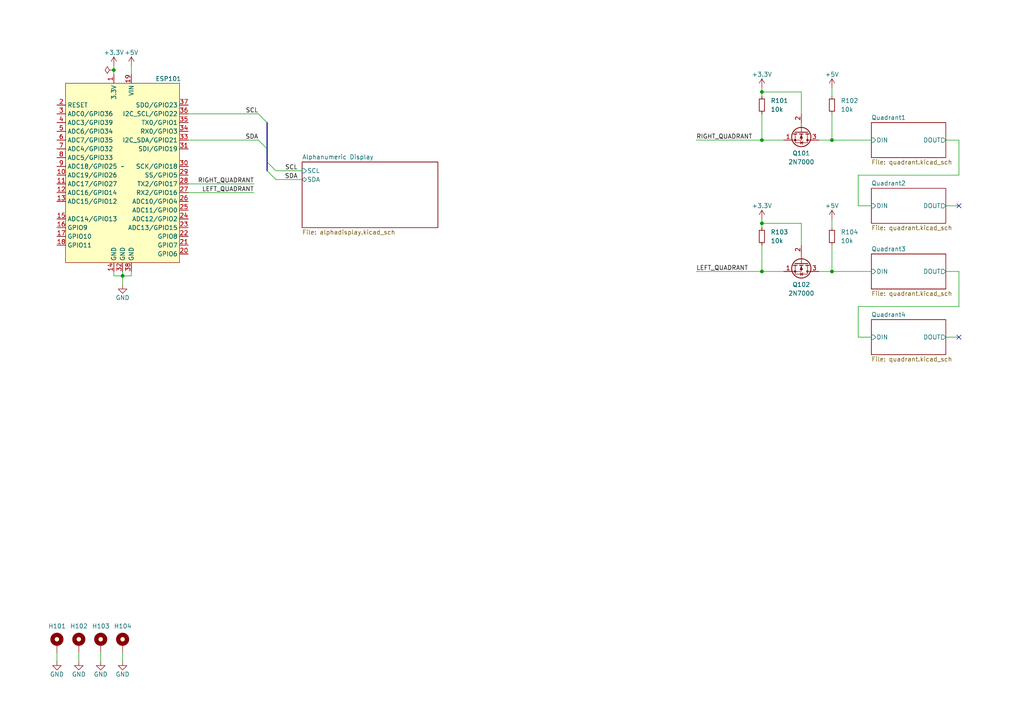
<source format=kicad_sch>
(kicad_sch (version 20231120) (generator "eeschema") (generator_version "8.0")
  (paper "A4")
  (title_block (title "analog-clock-module") (rev "${REVISION}") (company "ac1ja"))
  (lib_symbols
    (symbol "Device:R_Small" (pin_numbers hide) (pin_names (offset 0.254) hide)
      (property "Reference" "R" (at 0.762 0.508 0))
      (property "Value" "R_Small" (at 0.762 -1.016 0))
      (symbol "R_Small_0_1"
        (rectangle (start -0.762 1.778) (end 0.762 -1.778) (stroke (width 0.2032)))
      )
      (symbol "R_Small_1_1"
        (pin passive line (at 0 2.54 270) (length 0.762) (name "~") (number "1"))
        (pin passive line (at 0 -2.54 90) (length 0.762) (name "~") (number "2"))
      )
    )
    (symbol "KenwoodFox:ESP32S_HiLetgo"
      (property "Reference" "ESP" (at 12.7 25.4 0))
      (symbol "ESP32S_HiLetgo_0_0"
        (pin input line (at -19.05 17.78 0) (length 2.54) (name "RESET") (number "2"))
        (pin bidirectional line (at -19.05 15.24 0) (length 2.54) (name "ADC0/GPIO36") (number "3"))
        (pin bidirectional line (at -19.05 12.7 0) (length 2.54) (name "ADC3/GPIO39") (number "4"))
        (pin bidirectional line (at -19.05 10.16 0) (length 2.54) (name "ADC6/GPIO34") (number "5"))
        (pin bidirectional line (at -19.05 7.62 0) (length 2.54) (name "ADC7/GPIO35") (number "6"))
      )
      (symbol "ESP32S_HiLetgo_1_0"
        (pin power_out line (at -2.54 26.67 270) (length 2.54) (name "3.3V") (number "1"))
        (pin bidirectional line (at -19.05 -2.54 0) (length 2.54) (name "ADC19/GPIO26") (number "10"))
        (pin bidirectional line (at -19.05 -5.08 0) (length 2.54) (name "ADC17/GPIO27") (number "11"))
        (pin bidirectional line (at -19.05 -7.62 0) (length 2.54) (name "ADC16/GPIO14") (number "12"))
        (pin bidirectional line (at -19.05 -10.16 0) (length 2.54) (name "ADC15/GPIO12") (number "13"))
        (pin power_in line (at -2.54 -30.48 90) (length 2.54) (name "GND") (number "14"))
        (pin bidirectional line (at -19.05 -15.24 0) (length 2.54) (name "ADC14/GPIO13") (number "15"))
        (pin bidirectional line (at -19.05 -17.78 0) (length 2.54) (name "GPIO9") (number "16"))
        (pin bidirectional line (at -19.05 -20.32 0) (length 2.54) (name "GPIO10") (number "17"))
        (pin bidirectional line (at -19.05 -22.86 0) (length 2.54) (name "GPIO11") (number "18"))
        (pin power_in line (at 2.54 26.67 270) (length 2.54) (name "VIN") (number "19"))
        (pin bidirectional line (at 19.05 -25.4 180) (length 2.54) (name "GPIO6") (number "20"))
        (pin bidirectional line (at 19.05 -22.86 180) (length 2.54) (name "GPIO7") (number "21"))
        (pin bidirectional line (at 19.05 -20.32 180) (length 2.54) (name "GPIO8") (number "22"))
        (pin bidirectional line (at 19.05 -17.78 180) (length 2.54) (name "ADC13/GPIO15") (number "23"))
        (pin bidirectional line (at 19.05 -15.24 180) (length 2.54) (name "ADC12/GPIO2") (number "24"))
        (pin bidirectional line (at 19.05 -12.7 180) (length 2.54) (name "ADC11/GPIO0") (number "25"))
        (pin bidirectional line (at 19.05 -10.16 180) (length 2.54) (name "ADC10/GPIO4") (number "26"))
        (pin bidirectional line (at 19.05 -7.62 180) (length 2.54) (name "RX2/GPIO16") (number "27"))
        (pin bidirectional line (at 19.05 -5.08 180) (length 2.54) (name "TX2/GPIO17") (number "28"))
        (pin bidirectional line (at 19.05 -2.54 180) (length 2.54) (name "SS/GPIO5") (number "29"))
        (pin bidirectional line (at 19.05 0 180) (length 2.54) (name "SCK/GPIO18") (number "30"))
        (pin bidirectional line (at 19.05 5.08 180) (length 2.54) (name "SDI/GPIO19") (number "31"))
        (pin power_in line (at 0 -30.48 90) (length 2.54) (name "GND") (number "32"))
        (pin bidirectional line (at 19.05 7.62 180) (length 2.54) (name "I2C_SDA/GPIO21") (number "33"))
        (pin bidirectional line (at 19.05 10.16 180) (length 2.54) (name "RX0/GPIO3") (number "34"))
        (pin bidirectional line (at 19.05 12.7 180) (length 2.54) (name "TX0/GPIO1") (number "35"))
        (pin bidirectional line (at 19.05 15.24 180) (length 2.54) (name "I2C_SCL/GPIO22") (number "36"))
        (pin bidirectional line (at 19.05 17.78 180) (length 2.54) (name "SDO/GPIO23") (number "37"))
        (pin power_in line (at 2.54 -30.48 90) (length 2.54) (name "GND") (number "38"))
        (pin bidirectional line (at -19.05 5.08 0) (length 2.54) (name "ADC4/GPIO32") (number "7"))
        (pin bidirectional line (at -19.05 2.54 0) (length 2.54) (name "ADC5/GPIO33") (number "8"))
        (pin bidirectional line (at -19.05 0 0) (length 2.54) (name "ADC18/GPIO25") (number "9"))
      )
      (symbol "ESP32S_HiLetgo_1_1"
        (rectangle (start -16.51 24.13) (end 16.51 -27.94) (fill (type background)))
      )
    )
    (symbol "Mechanical:MountingHole_Pad" (pin_numbers hide) (pin_names (offset 1.016) hide)
      (property "Reference" "H" (at 0 6.35 0))
      (property "Value" "MountingHole_Pad" (at 0 4.445 0))
      (symbol "MountingHole_Pad_0_1"
        (circle (center 0 1.27) (radius 1.27) (stroke (width 1.27)))
      )
      (symbol "MountingHole_Pad_1_1"
        (pin input line (at 0 -2.54 90) (length 2.54) (name "1") (number "1"))
      )
    )
    (symbol "Transistor_FET:2N7000" (pin_names hide)
      (property "Reference" "Q" (at 5.08 1.905 0))
      (property "Value" "2N7000" (at 5.08 0 0))
      (symbol "2N7000_0_1"
        (polyline (pts (xy 0.254 0) (xy -2.54 0)))
        (polyline (pts (xy 0.254 1.905) (xy 0.254 -1.905)) (stroke (width 0.254)))
        (polyline (pts (xy 0.762 -1.27) (xy 0.762 -2.286)) (stroke (width 0.254)))
        (polyline (pts (xy 0.762 0.508) (xy 0.762 -0.508)) (stroke (width 0.254)))
        (polyline (pts (xy 0.762 2.286) (xy 0.762 1.27)) (stroke (width 0.254)))
        (polyline (pts (xy 2.54 2.54) (xy 2.54 1.778)))
        (polyline (pts (xy 2.54 -2.54) (xy 2.54 0) (xy 0.762 0)))
        (polyline (pts (xy 0.762 -1.778) (xy 3.302 -1.778) (xy 3.302 1.778) (xy 0.762 1.778)))
        (polyline (pts (xy 1.016 0) (xy 2.032 0.381) (xy 2.032 -0.381) (xy 1.016 0)) (fill (type outline)))
        (polyline (pts (xy 2.794 0.508) (xy 2.921 0.381) (xy 3.683 0.381) (xy 3.81 0.254)))
        (polyline (pts (xy 3.302 0.381) (xy 2.921 -0.254) (xy 3.683 -0.254) (xy 3.302 0.381)))
        (circle (center 1.651 0) (radius 2.794) (stroke (width 0.254)))
        (circle (center 2.54 -1.778) (radius 0.254) (fill (type outline)))
        (circle (center 2.54 1.778) (radius 0.254) (fill (type outline)))
      )
      (symbol "2N7000_1_1"
        (pin passive line (at 2.54 -5.08 90) (length 2.54) (name "S") (number "1"))
        (pin input line (at -5.08 0 0) (length 2.54) (name "G") (number "2"))
        (pin passive line (at 2.54 5.08 270) (length 2.54) (name "D") (number "3"))
      )
    )
    (symbol "power:+3.3V" (power) (pin_names (offset 0))
      (property "Value" "+3.3V" (at 0 3.556 0))
      (symbol "+3.3V_0_1"
        (polyline (pts (xy -0.762 1.27) (xy 0 2.54)))
        (polyline (pts (xy 0 0) (xy 0 2.54)))
        (polyline (pts (xy 0 2.54) (xy 0.762 1.27)))
      )
      (symbol "+3.3V_1_1"
        (pin power_in line (at 0 0 90) (length 0) hide (name "+3.3V") (number "1"))
      )
    )
    (symbol "power:+5V" (power) (pin_names (offset 0))
      (property "Value" "+5V" (at 0 3.556 0))
      (symbol "+5V_0_1"
        (polyline (pts (xy -0.762 1.27) (xy 0 2.54)))
        (polyline (pts (xy 0 0) (xy 0 2.54)))
        (polyline (pts (xy 0 2.54) (xy 0.762 1.27)))
      )
      (symbol "+5V_1_1"
        (pin power_in line (at 0 0 90) (length 0) hide (name "+5V") (number "1"))
      )
    )
    (symbol "power:GND" (power) (pin_names (offset 0))
      (property "Value" "GND" (at 0 -3.81 0))
      (symbol "GND_0_1"
        (polyline (pts (xy 0 0) (xy 0 -1.27) (xy 1.27 -1.27) (xy 0 -2.54) (xy -1.27 -1.27) (xy 0 -1.27)))
      )
      (symbol "GND_1_1"
        (pin power_in line (at 0 0 270) (length 0) hide (name "GND") (number "1"))
      )
    )
    (symbol "power:PWR_FLAG" (power) (pin_numbers hide) (pin_names (offset 0) hide)
      (property "Value" "PWR_FLAG" (at 0 3.81 0))
      (symbol "PWR_FLAG_0_0"
        (pin power_out line (at 0 0 90) (length 0) (name "pwr") (number "1"))
      )
      (symbol "PWR_FLAG_0_1"
        (polyline (pts (xy 0 0) (xy 0 1.27) (xy -1.016 1.905) (xy 0 2.54) (xy 1.016 1.905) (xy 0 1.27)))
      )
    )
  )
  (junction (at 220.98 40.64))
  (junction (at 33.02 20.32))
  (junction (at 241.3 40.64))
  (junction (at 220.98 26.67))
  (junction (at 241.3 78.74))
  (junction (at 220.98 64.77))
  (junction (at 35.56 80.01))
  (junction (at 220.98 78.74))
  (no_connect (at 278.13 97.79))
  (no_connect (at 278.13 59.69))
  (bus_entry (at 74.93 40.64) (size 2.54 2.54))
  (bus_entry (at 80.01 52.07) (size -2.54 -2.54))
  (bus_entry (at 80.01 49.53) (size -2.54 -2.54))
  (bus_entry (at 74.93 33.02) (size 2.54 2.54))
  (wire (pts (xy 274.32 97.79) (xy 278.13 97.79)))
  (wire (pts (xy 33.02 19.05) (xy 33.02 20.32)))
  (wire (pts (xy 274.32 78.74) (xy 278.13 78.74)))
  (wire (pts (xy 274.32 59.69) (xy 278.13 59.69)))
  (wire (pts (xy 73.66 53.34) (xy 54.61 53.34)))
  (wire (pts (xy 241.3 63.5) (xy 241.3 66.04)))
  (wire (pts (xy 241.3 78.74) (xy 237.49 78.74)))
  (wire (pts (xy 232.41 64.77) (xy 232.41 71.12)))
  (bus (pts (xy 77.47 35.56) (xy 77.47 43.18)))
  (wire (pts (xy 220.98 64.77) (xy 220.98 66.04)))
  (bus (pts (xy 77.47 43.18) (xy 77.47 46.99)))
  (wire (pts (xy 201.93 78.74) (xy 220.98 78.74)))
  (wire (pts (xy 241.3 78.74) (xy 252.73 78.74)))
  (wire (pts (xy 33.02 78.74) (xy 33.02 80.01)))
  (wire (pts (xy 248.92 59.69) (xy 252.73 59.69)))
  (wire (pts (xy 220.98 64.77) (xy 232.41 64.77)))
  (wire (pts (xy 248.92 97.79) (xy 252.73 97.79)))
  (wire (pts (xy 16.51 189.23) (xy 16.51 191.77)))
  (wire (pts (xy 80.01 52.07) (xy 87.63 52.07)))
  (wire (pts (xy 35.56 80.01) (xy 35.56 78.74)))
  (wire (pts (xy 38.1 19.05) (xy 38.1 21.59)))
  (wire (pts (xy 248.92 88.9) (xy 248.92 97.79)))
  (wire (pts (xy 227.33 78.74) (xy 220.98 78.74)))
  (wire (pts (xy 80.01 49.53) (xy 87.63 49.53)))
  (wire (pts (xy 220.98 26.67) (xy 220.98 27.94)))
  (wire (pts (xy 35.56 80.01) (xy 38.1 80.01)))
  (wire (pts (xy 274.32 40.64) (xy 278.13 40.64)))
  (wire (pts (xy 248.92 50.8) (xy 248.92 59.69)))
  (wire (pts (xy 35.56 82.55) (xy 35.56 80.01)))
  (wire (pts (xy 278.13 50.8) (xy 248.92 50.8)))
  (wire (pts (xy 54.61 55.88) (xy 73.66 55.88)))
  (wire (pts (xy 241.3 25.4) (xy 241.3 27.94)))
  (wire (pts (xy 220.98 25.4) (xy 220.98 26.67)))
  (wire (pts (xy 201.93 40.64) (xy 220.98 40.64)))
  (wire (pts (xy 278.13 40.64) (xy 278.13 50.8)))
  (wire (pts (xy 220.98 63.5) (xy 220.98 64.77)))
  (wire (pts (xy 33.02 20.32) (xy 33.02 21.59)))
  (wire (pts (xy 278.13 78.74) (xy 278.13 88.9)))
  (wire (pts (xy 278.13 88.9) (xy 248.92 88.9)))
  (wire (pts (xy 232.41 26.67) (xy 232.41 33.02)))
  (wire (pts (xy 241.3 33.02) (xy 241.3 40.64)))
  (wire (pts (xy 227.33 40.64) (xy 220.98 40.64)))
  (wire (pts (xy 29.21 189.23) (xy 29.21 191.77)))
  (wire (pts (xy 241.3 40.64) (xy 237.49 40.64)))
  (wire (pts (xy 220.98 26.67) (xy 232.41 26.67)))
  (wire (pts (xy 220.98 78.74) (xy 220.98 71.12)))
  (wire (pts (xy 241.3 71.12) (xy 241.3 78.74)))
  (wire (pts (xy 35.56 189.23) (xy 35.56 191.77)))
  (wire (pts (xy 35.56 80.01) (xy 33.02 80.01)))
  (wire (pts (xy 241.3 40.64) (xy 252.73 40.64)))
  (wire (pts (xy 220.98 40.64) (xy 220.98 33.02)))
  (wire (pts (xy 22.86 189.23) (xy 22.86 191.77)))
  (wire (pts (xy 38.1 80.01) (xy 38.1 78.74)))
  (bus (pts (xy 77.47 46.99) (xy 77.47 49.53)))
  (wire (pts (xy 54.61 33.02) (xy 74.93 33.02)))
  (wire (pts (xy 54.61 40.64) (xy 74.93 40.64)))
  (label "RIGHT_QUADRANT" (at 201.93 40.64 0))
  (label "LEFT_QUADRANT" (at 73.66 55.88 180))
  (label "LEFT_QUADRANT" (at 201.93 78.74 0))
  (label "SDA" (at 74.93 40.64 180))
  (label "RIGHT_QUADRANT" (at 73.66 53.34 180))
  (label "SDA" (at 86.36 52.07 180))
  (label "SCL" (at 86.36 49.53 180))
  (label "SCL" (at 74.93 33.02 180))
  (symbol (lib_id "power:+5V") (at 38.1 19.05 0) (unit 1)
    (property "Reference" "#PWR0112" (effects (hide yes)))
    (property "Value" "+5V" (at 38.1 15.24 0))
  )
  (symbol (lib_id "power:GND") (at 29.21 191.77 0) (unit 1)
    (property "Reference" "#PWR0103" (effects (hide yes)))
    (property "Value" "GND" (at 29.21 195.58 0))
  )
  (symbol (lib_id "power:+5V") (at 241.3 25.4 0) (unit 1)
    (property "Reference" "#PWR0108" (effects (hide yes)))
    (property "Value" "+5V" (at 241.3 21.59 0))
  )
  (symbol (lib_id "KenwoodFox:ESP32S_HiLetgo") (at 35.56 48.26 0) (unit 1)
    (property "Reference" "ESP101" (at 45.085 22.86 0) (effects (justify left)))
    (property "Value" "~" (at 35.56 48.26 0))
    (property "Footprint" "KenwoodFox:ESP32S_HiLetgo" (effects (hide yes)))
  )
  (symbol (lib_id "Transistor_FET:2N7000") (at 232.41 38.1 270) (unit 1)
    (property "Reference" "Q101" (at 232.41 44.45 90))
    (property "Value" "2N7000" (at 232.41 46.99 90))
    (property "Footprint" "Package_TO_SOT_SMD:SOT-23" (effects (hide yes)))
    (property "Datasheet" "https://www.vishay.com/docs/70226/70226.pdf" (effects (hide yes)))
  )
  (symbol (lib_id "Device:R_Small") (at 220.98 30.48 0) (unit 1)
    (property "Reference" "R101" (at 223.52 29.21 0) (effects (justify left)))
    (property "Value" "10k" (at 223.52 31.75 0) (effects (justify left)))
    (property "Footprint" "Resistor_THT:R_Axial_DIN0309_L9.0mm_D3.2mm_P12.70mm_Horizontal" (effects (hide yes)))
  )
  (symbol (lib_id "power:+5V") (at 241.3 63.5 0) (unit 1)
    (property "Reference" "#PWR0110" (effects (hide yes)))
    (property "Value" "+5V" (at 241.3 59.69 0))
  )
  (symbol (lib_id "power:+3.3V") (at 220.98 63.5 0) (unit 1)
    (property "Reference" "#PWR0109" (effects (hide yes)))
    (property "Value" "+3.3V" (at 220.98 59.69 0))
  )
  (symbol (lib_id "Device:R_Small") (at 241.3 30.48 0) (unit 1)
    (property "Reference" "R102" (at 243.84 29.21 0) (effects (justify left)))
    (property "Value" "10k" (at 243.84 31.75 0) (effects (justify left)))
    (property "Footprint" "Resistor_THT:R_Axial_DIN0309_L9.0mm_D3.2mm_P12.70mm_Horizontal" (effects (hide yes)))
  )
  (symbol (lib_id "power:+3.3V") (at 33.02 19.05 0) (unit 1)
    (property "Reference" "#PWR0111" (effects (hide yes)))
    (property "Value" "+3.3V" (at 33.02 15.24 0))
  )
  (symbol (lib_id "Mechanical:MountingHole_Pad") (at 22.86 186.69 0) (unit 1)
    (property "Reference" "H102" (at 20.32 181.61 0) (effects (justify left)))
    (property "Value" "MountingHole_Pad" (effects (hide yes)))
    (property "Footprint" "MountingHole:MountingHole_3.2mm_M3_DIN965_Pad" (effects (hide yes)))
  )
  (symbol (lib_id "power:GND") (at 35.56 191.77 0) (unit 1)
    (property "Reference" "#PWR0104" (effects (hide yes)))
    (property "Value" "GND" (at 35.56 195.58 0))
  )
  (symbol (lib_id "power:GND") (at 22.86 191.77 0) (unit 1)
    (property "Reference" "#PWR0102" (effects (hide yes)))
    (property "Value" "GND" (at 22.86 195.58 0))
  )
  (symbol (lib_id "Mechanical:MountingHole_Pad") (at 29.21 186.69 0) (unit 1)
    (property "Reference" "H103" (at 26.67 181.61 0) (effects (justify left)))
    (property "Value" "MountingHole_Pad" (effects (hide yes)))
    (property "Footprint" "MountingHole:MountingHole_3.2mm_M3_DIN965_Pad" (effects (hide yes)))
  )
  (symbol (lib_id "power:PWR_FLAG") (at 33.02 20.32 90) (unit 1)
    (property "Reference" "#FLG0101" (effects (hide yes)))
    (property "Value" "PWR_FLAG" (effects (hide yes)))
  )
  (symbol (lib_id "Device:R_Small") (at 220.98 68.58 0) (unit 1)
    (property "Reference" "R103" (at 223.52 67.31 0) (effects (justify left)))
    (property "Value" "10k" (at 223.52 69.85 0) (effects (justify left)))
    (property "Footprint" "Resistor_THT:R_Axial_DIN0309_L9.0mm_D3.2mm_P12.70mm_Horizontal" (effects (hide yes)))
  )
  (symbol (lib_id "power:+3.3V") (at 220.98 25.4 0) (unit 1)
    (property "Reference" "#PWR0107" (effects (hide yes)))
    (property "Value" "+3.3V" (at 220.98 21.59 0))
  )
  (symbol (lib_id "Device:R_Small") (at 241.3 68.58 0) (unit 1)
    (property "Reference" "R104" (at 243.84 67.31 0) (effects (justify left)))
    (property "Value" "10k" (at 243.84 69.85 0) (effects (justify left)))
    (property "Footprint" "Resistor_THT:R_Axial_DIN0309_L9.0mm_D3.2mm_P12.70mm_Horizontal" (effects (hide yes)))
  )
  (symbol (lib_id "power:GND") (at 16.51 191.77 0) (unit 1)
    (property "Reference" "#PWR0101" (effects (hide yes)))
    (property "Value" "GND" (at 16.51 195.58 0))
  )
  (symbol (lib_id "Mechanical:MountingHole_Pad") (at 35.56 186.69 0) (unit 1)
    (property "Reference" "H104" (at 33.02 181.61 0) (effects (justify left)))
    (property "Value" "MountingHole_Pad" (effects (hide yes)))
    (property "Footprint" "MountingHole:MountingHole_3.2mm_M3_DIN965_Pad" (effects (hide yes)))
  )
  (symbol (lib_id "power:GND") (at 35.56 82.55 0) (unit 1)
    (property "Reference" "#PWR0106" (effects (hide yes)))
    (property "Value" "GND" (at 35.56 86.36 0))
  )
  (symbol (lib_id "Transistor_FET:2N7000") (at 232.41 76.2 270) (unit 1)
    (property "Reference" "Q102" (at 232.41 82.55 90))
    (property "Value" "2N7000" (at 232.41 85.09 90))
    (property "Footprint" "Package_TO_SOT_SMD:SOT-23" (effects (hide yes)))
    (property "Datasheet" "https://www.vishay.com/docs/70226/70226.pdf" (effects (hide yes)))
  )
  (symbol (lib_id "Mechanical:MountingHole_Pad") (at 16.51 186.69 0) (unit 1)
    (property "Reference" "H101" (at 13.97 181.61 0) (effects (justify left)))
    (property "Value" "MountingHole_Pad" (effects (hide yes)))
    (property "Footprint" "MountingHole:MountingHole_3.2mm_M3_DIN965_Pad" (effects (hide yes)))
  )
  (sheet (at 252.73 35.56) (size 21.59 10.16) (stroke (width 0.1524))
    (property "Sheetname" "Quadrant1" (at 252.73 34.8484 0) (effects (justify left bottom)))
    (property "Sheetfile" "quadrant.kicad_sch" (at 252.73 46.3046 0) (effects (justify left top)))
    (pin "DIN" input (at 252.73 40.64 180))
    (pin "DOUT" output (at 274.32 40.64 0))
  )
  (sheet (at 252.73 73.66) (size 21.59 10.16) (stroke (width 0.1524))
    (property "Sheetname" "Quadrant3" (at 252.73 72.9484 0) (effects (justify left bottom)))
    (property "Sheetfile" "quadrant.kicad_sch" (at 252.73 84.4046 0) (effects (justify left top)))
    (pin "DIN" input (at 252.73 78.74 180))
    (pin "DOUT" output (at 274.32 78.74 0))
  )
  (sheet (at 87.63 46.99) (size 39.37 19.05) (stroke (width 0.1524))
    (property "Sheetname" "Alphanumeric Display" (at 87.63 46.2784 0) (effects (justify left bottom)))
    (property "Sheetfile" "alphadisplay.kicad_sch" (at 87.63 66.6246 0) (effects (justify left top)))
    (pin "SCL" input (at 87.63 49.53 180))
    (pin "SDA" bidirectional (at 87.63 52.07 180))
  )
  (sheet (at 252.73 92.71) (size 21.59 10.16) (stroke (width 0.1524))
    (property "Sheetname" "Quadrant4" (at 252.73 91.9984 0) (effects (justify left bottom)))
    (property "Sheetfile" "quadrant.kicad_sch" (at 252.73 103.4546 0) (effects (justify left top)))
    (pin "DIN" input (at 252.73 97.79 180))
    (pin "DOUT" output (at 274.32 97.79 0))
  )
  (sheet (at 252.73 54.61) (size 21.59 10.16) (stroke (width 0.1524))
    (property "Sheetname" "Quadrant2" (at 252.73 53.8984 0) (effects (justify left bottom)))
    (property "Sheetfile" "quadrant.kicad_sch" (at 252.73 65.3546 0) (effects (justify left top)))
    (pin "DIN" input (at 252.73 59.69 180))
    (pin "DOUT" output (at 274.32 59.69 0))
  )
)
</source>
